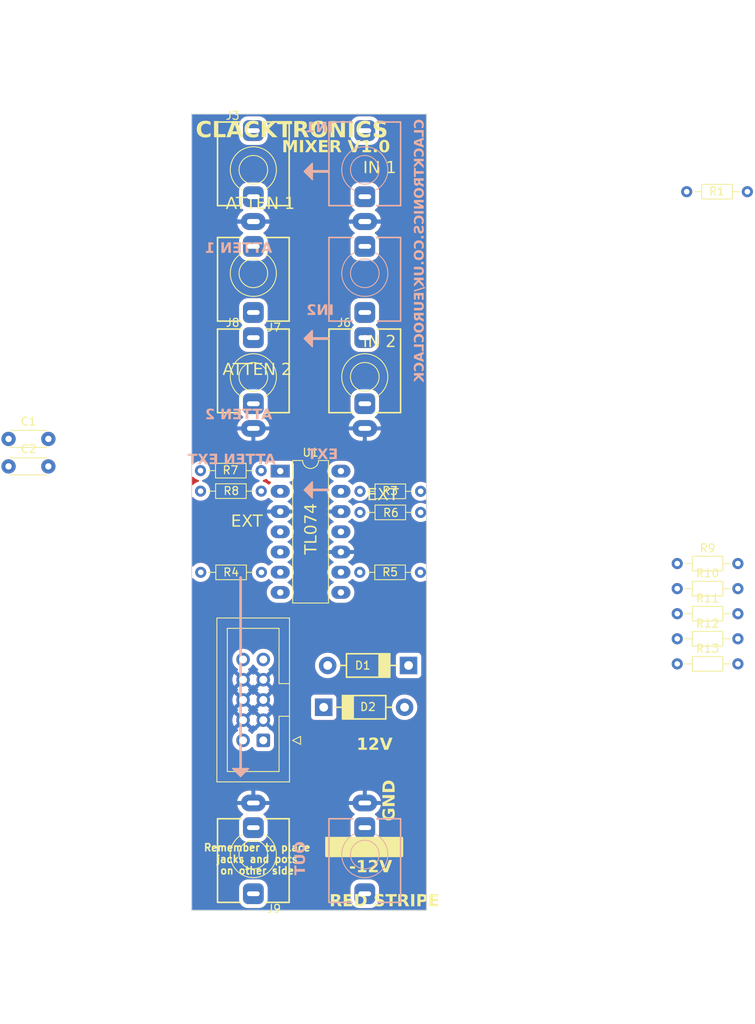
<source format=kicad_pcb>
(kicad_pcb (version 20221018) (generator pcbnew)
  (layers (0 "F.Cu" signal) (31 "B.Cu" signal) (34 "B.Paste" user) (35 "F.Paste" user) (36 "B.SilkS" user "B.Silkscreen") (37 "F.SilkS" user "F.Silkscreen") (38 "B.Mask" user) (39 "F.Mask" user) (44 "Edge.Cuts" user))
  (net 0 "")
  (net 1 "+12V")
  (net 2 "Net-(D1-A)")
  (net 3 "Net-(D2-K)")
  (net 4 "-12V")
  (net 5 "GND")
  (net 6 "Net-(J1-PadT)")
  (net 7 "Net-(J2-PadT)")
  (net 8 "Net-(J3-PadT)")
  (net 9 "Net-(J4-PadT)")
  (net 10 "Net-(J6-PadT)")
  (net 11 "Net-(U1D--)")
  (net 12 "Net-(J7-PadT)")
  (net 13 "Net-(U1C--)")
  (net 14 "Net-(R3-Pad1)")
  (net 15 "Net-(J8-PadT)")
  (net 16 "Net-(R4-Pad2)")
  (net 17 "Net-(U1A--)")
  (net 18 "Net-(J9-PadT)")
  (net 19 "Net-(R1-Pad2)")
  (net 20 "Net-(R7-Pad1)")
  (net 21 "Net-(R11-Pad2)")
  (footprint "Resistor_THT:R_Axial_DIN0204_L3.6mm_D1.6mm_P7.62mm_Horizontal" (layer "F.Cu") (at 181.75 110.9)
    (fp_text reference "R12" (at 3.81 -1.92) (layer "F.SilkS"))
    (fp_text value "100k")
    (fp_line (start 0.94 0) (end 1.89 0) (stroke (width 0.12)) (layer "F.SilkS"))
    (fp_line (start 1.89 -0.92) (end 1.89 0.92) (stroke (width 0.12)) (layer "F.SilkS"))
    (fp_line (start 1.89 0.92) (end 5.73 0.92) (stroke (width 0.12)) (layer "F.SilkS"))
    (fp_line (start 5.73 -0.92) (end 1.89 -0.92) (stroke (width 0.12)) (layer "F.SilkS"))
    (fp_line (start 5.73 0.92) (end 5.73 -0.92) (stroke (width 0.12)) (layer "F.SilkS"))
    (fp_line (start 6.68 0) (end 5.73 0) (stroke (width 0.12)) (layer "F.SilkS"))
    (pad "1" thru_hole circle (at 0 0) (size 1.4 1.4) (drill 0.7) (layers "*.Cu" "*.Mask") (net 12 "Net-(J7-PadT)"))
    (pad "2" thru_hole oval (at 7.62 0) (size 1.4 1.4) (drill 0.7) (layers "*.Cu" "*.Mask") (net 21 "Net-(R11-Pad2)"))
  )
  (footprint "Resistor_THT:R_Axial_DIN0204_L3.6mm_D1.6mm_P7.62mm_Horizontal" (layer "F.Cu") (at 181.75 114.05)
    (fp_text reference "R13" (at 3.81 -1.92) (layer "F.SilkS"))
    (fp_text value "100k")
    (fp_line (start 0.94 0) (end 1.89 0) (stroke (width 0.12)) (layer "F.SilkS"))
    (fp_line (start 1.89 -0.92) (end 1.89 0.92) (stroke (width 0.12)) (layer "F.SilkS"))
    (fp_line (start 1.89 0.92) (end 5.73 0.92) (stroke (width 0.12)) (layer "F.SilkS"))
    (fp_line (start 5.73 -0.92) (end 1.89 -0.92) (stroke (width 0.12)) (layer "F.SilkS"))
    (fp_line (start 5.73 0.92) (end 5.73 -0.92) (stroke (width 0.12)) (layer "F.SilkS"))
    (fp_line (start 6.68 0) (end 5.73 0) (stroke (width 0.12)) (layer "F.SilkS"))
    (pad "1" thru_hole circle (at 0 0) (size 1.4 1.4) (drill 0.7) (layers "*.Cu" "*.Mask") (net 15 "Net-(J8-PadT)"))
    (pad "2" thru_hole oval (at 7.62 0) (size 1.4 1.4) (drill 0.7) (layers "*.Cu" "*.Mask") (net 21 "Net-(R11-Pad2)"))
  )
  (footprint "Resistor_THT:R_Axial_DIN0204_L3.6mm_D1.6mm_P7.62mm_Horizontal" (layer "F.Cu") (at 182.94 54.75)
    (fp_text reference "R1" (at 3.785 -0.05) (layer "F.SilkS"))
    (fp_text value "100k")
    (fp_line (start 0.94 0) (end 1.89 0) (stroke (width 0.12)) (layer "F.SilkS"))
    (fp_line (start 1.89 -0.92) (end 1.89 0.92) (stroke (width 0.12)) (layer "F.SilkS"))
    (fp_line (start 1.89 0.92) (end 5.73 0.92) (stroke (width 0.12)) (layer "F.SilkS"))
    (fp_line (start 5.73 -0.92) (end 1.89 -0.92) (stroke (width 0.12)) (layer "F.SilkS"))
    (fp_line (start 5.73 0.92) (end 5.73 -0.92) (stroke (width 0.12)) (layer "F.SilkS"))
    (fp_line (start 6.68 0) (end 5.73 0) (stroke (width 0.12)) (layer "F.SilkS"))
    (pad "1" thru_hole circle (at 0 0) (size 1.4 1.4) (drill 0.7) (layers "*.Cu" "*.Mask") (net 6 "Net-(J1-PadT)"))
    (pad "2" thru_hole oval (at 7.62 0) (size 1.4 1.4) (drill 0.7) (layers "*.Cu" "*.Mask") (net 19 "Net-(R1-Pad2)"))
  )
  (footprint "AudioJacks:Jack_3.5mm_QingPu_WQP-PJ366ST_Vertical" (layer "F.Cu") (at 142.5 78)
    (fp_text reference "J6" (at -2.6 -6.8) (layer "F.SilkS"))
    (fp_text value "input2")
    (fp_line (start -4.5 -6) (end -1.6 -6) (stroke (width 0.2)) (layer "F.SilkS"))
    (fp_line (start -4.5 4.5) (end -4.5 -6) (stroke (width 0.2)) (layer "F.SilkS"))
    (fp_line (start -4.5 4.5) (end -1.5 4.5) (stroke (width 0.2)) (layer "F.SilkS"))
    (fp_line (start 1.5 4.5) (end 4.5 4.5) (stroke (width 0.2)) (layer "F.SilkS"))
    (fp_line (start 1.6 -6) (end 4.5 -6) (stroke (width 0.2)) (layer "F.SilkS"))
    (fp_line (start 4.5 4.5) (end 4.5 -6) (stroke (width 0.2)) (layer "F.SilkS"))
    (fp_arc (start -1.296263 2.588577) (mid -2.817353 -0.665994) (end 0 -2.895) (stroke (width 0.12)) (layer "F.SilkS"))
    (fp_arc (start 0 -2.895) (mid 2.817353 -0.665994) (end 1.296263 2.588577) (stroke (width 0.12)) (layer "F.SilkS"))
    (fp_circle (center 0 0) (end -1.8 0) (stroke (width 0.12)) (fill none) (layer "F.SilkS"))
    (pad "R" thru_hole roundrect (at 0 3.38) (size 2.6 2.6) (drill oval 1.6 0.6) (layers "*.Cu" "*.Mask"))
    (pad "S" thru_hole oval (at 0 6.48) (size 3.1 2.1) (drill oval 1.6 0.6) (layers "*.Cu" "*.Mask") (net 5 "GND"))
    (pad "T" thru_hole roundrect (at 0 -4.92) (size 2.6 2.6) (drill oval 1.6 0.6) (layers "*.Cu" "*.Mask") (net 10 "Net-(J6-PadT)"))
  )
  (footprint "AudioJacks:Jack_3.5mm_QingPu_WQP-PJ366ST_Vertical" (layer "F.Cu") (at 128.5 52)
    (fp_text reference "J3" (at -2.6 -6.8) (layer "F.SilkS"))
    (fp_text value "input1")
    (fp_line (start -4.5 -6) (end -1.6 -6) (stroke (width 0.2)) (layer "F.SilkS"))
    (fp_line (start -4.5 4.5) (end -4.5 -6) (stroke (width 0.2)) (layer "F.SilkS"))
    (fp_line (start -4.5 4.5) (end -1.5 4.5) (stroke (width 0.2)) (layer "F.SilkS"))
    (fp_line (start 1.5 4.5) (end 4.5 4.5) (stroke (width 0.2)) (layer "F.SilkS"))
    (fp_line (start 1.6 -6) (end 4.5 -6) (stroke (width 0.2)) (layer "F.SilkS"))
    (fp_line (start 4.5 4.5) (end 4.5 -6) (stroke (width 0.2)) (layer "F.SilkS"))
    (fp_arc (start -1.296263 2.588577) (mid -2.817353 -0.665994) (end 0 -2.895) (stroke (width 0.12)) (layer "F.SilkS"))
    (fp_arc (start 0 -2.895) (mid 2.817353 -0.665994) (end 1.296263 2.588577) (stroke (width 0.12)) (layer "F.SilkS"))
    (fp_circle (center 0 0) (end -1.8 0) (stroke (width 0.12)) (fill none) (layer "F.SilkS"))
    (pad "R" thru_hole roundrect (at 0 3.38) (size 2.6 2.6) (drill oval 1.6 0.6) (layers "*.Cu" "*.Mask"))
    (pad "S" thru_hole oval (at 0 6.48) (size 3.1 2.1) (drill oval 1.6 0.6) (layers "*.Cu" "*.Mask") (net 5 "GND"))
    (pad "T" thru_hole roundrect (at 0 -4.92) (size 2.6 2.6) (drill oval 1.6 0.6) (layers "*.Cu" "*.Mask") (net 8 "Net-(J3-PadT)"))
  )
  (footprint "Resistor_THT:R_Axial_DIN0204_L3.6mm_D1.6mm_P7.62mm_Horizontal" (layer "F.Cu") (at 181.75 107.75)
    (fp_text reference "R11" (at 3.81 -1.92) (layer "F.SilkS"))
    (fp_text value "100k")
    (fp_line (start 0.94 0) (end 1.89 0) (stroke (width 0.12)) (layer "F.SilkS"))
    (fp_line (start 1.89 -0.92) (end 1.89 0.92) (stroke (width 0.12)) (layer "F.SilkS"))
    (fp_line (start 1.89 0.92) (end 5.73 0.92) (stroke (width 0.12)) (layer "F.SilkS"))
    (fp_line (start 5.73 -0.92) (end 1.89 -0.92) (stroke (width 0.12)) (layer "F.SilkS"))
    (fp_line (start 5.73 0.92) (end 5.73 -0.92) (stroke (width 0.12)) (layer "F.SilkS"))
    (fp_line (start 6.68 0) (end 5.73 0) (stroke (width 0.12)) (layer "F.SilkS"))
    (pad "1" thru_hole circle (at 0 0) (size 1.4 1.4) (drill 0.7) (layers "*.Cu" "*.Mask") (net 8 "Net-(J3-PadT)"))
    (pad "2" thru_hole oval (at 7.62 0) (size 1.4 1.4) (drill 0.7) (layers "*.Cu" "*.Mask") (net 21 "Net-(R11-Pad2)"))
  )
  (footprint "Connector_IDC:IDC-Header_2x05_P2.54mm_Vertical" (layer "F.Cu") (at 129.75 123.66 180)
    (fp_text reference "J5" hide)
    (fp_text value "Eurorack socket")
    (fp_line (start -4.68 -0.5) (end -4.68 0.5) (stroke (width 0.12)) (layer "F.SilkS"))
    (fp_line (start -4.68 0.5) (end -3.68 0) (stroke (width 0.12)) (layer "F.SilkS"))
    (fp_line (start -3.68 0) (end -4.68 -0.5) (stroke (width 0.12)) (layer "F.SilkS"))
    (fp_line (start -3.29 -5.21) (end 5.83 -5.21) (stroke (width 0.12)) (layer "F.SilkS"))
    (fp_line (start -3.29 3.03) (end -1.98 3.03) (stroke (width 0.12)) (layer "F.SilkS"))
    (fp_line (start -3.29 15.37) (end -3.29 -5.21) (stroke (width 0.12)) (layer "F.SilkS"))
    (fp_line (start -1.98 -3.91) (end 4.52 -3.91) (stroke (width 0.12)) (layer "F.SilkS"))
    (fp_line (start -1.98 3.03) (end -1.98 -3.91) (stroke (width 0.12)) (layer "F.SilkS"))
    (fp_line (start -1.98 7.13) (end -3.29 7.13) (stroke (width 0.12)) (layer "F.SilkS"))
    (fp_line (start -1.98 7.13) (end -1.98 7.13) (stroke (width 0.12)) (layer "F.SilkS"))
    (fp_line (start -1.98 14.07) (end -1.98 7.13) (stroke (width 0.12)) (layer "F.SilkS"))
    (fp_line (start 4.52 -3.91) (end 4.52 14.07) (stroke (width 0.12)) (layer "F.SilkS"))
    (fp_line (start 4.52 14.07) (end -1.98 14.07) (stroke (width 0.12)) (layer "F.SilkS"))
    (fp_line (start 5.83 -5.21) (end 5.83 15.37) (stroke (width 0.12)) (layer "F.SilkS"))
    (fp_line (start 5.83 15.37) (end -3.29 15.37) (stroke (width 0.12)) (layer "F.SilkS"))
    (pad "1" thru_hole roundrect (at 0 0 180) (size 1.7 1.7) (drill 1) (layers "*.Cu" "*.Mask") (roundrect_rratio 0.147059) (net 3 "Net-(D2-K)"))
    (pad "2" thru_hole circle (at 2.54 0 180) (size 1.7 1.7) (drill 1) (layers "*.Cu" "*.Mask") (net 3 "Net-(D2-K)"))
    (pad "3" thru_hole circle (at 0 2.54 180) (size 1.7 1.7) (drill 1) (layers "*.Cu" "*.Mask") (net 5 "GND"))
    (pad "4" thru_hole circle (at 2.54 2.54 180) (size 1.7 1.7) (drill 1) (layers "*.Cu" "*.Mask") (net 5 "GND"))
    (pad "5" thru_hole circle (at 0 5.08 180) (size 1.7 1.7) (drill 1) (layers "*.Cu" "*.Mask") (net 5 "GND"))
    (pad "6" thru_hole circle (at 2.54 5.08 180) (size 1.7 1.7) (drill 1) (layers "*.Cu" "*.Mask") (net 5 "GND"))
    (pad "7" thru_hole circle (at 0 7.62 180) (size 1.7 1.7) (drill 1) (layers "*.Cu" "*.Mask") (net 5 "GND"))
    (pad "8" thru_hole circle (at 2.54 7.62 180) (size 1.7 1.7) (drill 1) (layers "*.Cu" "*.Mask") (net 5 "GND"))
    (pad "9" thru_hole circle (at 0 10.16 180) (size 1.7 1.7) (drill 1) (layers "*.Cu" "*.Mask") (net 2 "Net-(D1-A)"))
    (pad "10" thru_hole circle (at 2.54 10.16 180) (size 1.7 1.7) (drill 1) (layers "*.Cu" "*.Mask") (net 2 "Net-(D1-A)"))
  )
  (footprint "Resistor_THT:R_Axial_DIN0204_L3.6mm_D1.6mm_P7.62mm_Horizontal" (layer "F.Cu") (at 141.895 95.03)
    (fp_text reference "R6" (at 3.885 0.05) (layer "F.SilkS"))
    (fp_text value "100k")
    (fp_line (start 0.94 0) (end 1.89 0) (stroke (width 0.12)) (layer "F.SilkS"))
    (fp_line (start 1.89 -0.92) (end 1.89 0.92) (stroke (width 0.12)) (layer "F.SilkS"))
    (fp_line (start 1.89 0.92) (end 5.73 0.92) (stroke (width 0.12)) (layer "F.SilkS"))
    (fp_line (start 5.73 -0.92) (end 1.89 -0.92) (stroke (width 0.12)) (layer "F.SilkS"))
    (fp_line (start 5.73 0.92) (end 5.73 -0.92) (stroke (width 0.12)) (layer "F.SilkS"))
    (fp_line (start 6.68 0) (end 5.73 0) (stroke (width 0.12)) (layer "F.SilkS"))
    (pad "1" thru_hole circle (at 0 0) (size 1.4 1.4) (drill 0.7) (layers "*.Cu" "*.Mask") (net 13 "Net-(U1C--)"))
    (pad "2" thru_hole oval (at 7.62 0) (size 1.4 1.4) (drill 0.7) (layers "*.Cu" "*.Mask") (net 18 "Net-(J9-PadT)"))
  )
  (footprint "AudioJacks:Jack_3.5mm_QingPu_WQP-PJ366ST_Vertical" (layer "F.Cu") (at 128.5 65 180)
    (fp_text reference "J7" (at -2.6 -6.8) (layer "F.SilkS"))
    (fp_text value "input2")
    (fp_line (start -4.5 -6) (end -1.6 -6) (stroke (width 0.2)) (layer "F.SilkS"))
    (fp_line (start -4.5 4.5) (end -4.5 -6) (stroke (width 0.2)) (layer "F.SilkS"))
    (fp_line (start -4.5 4.5) (end -1.5 4.5) (stroke (width 0.2)) (layer "F.SilkS"))
    (fp_line (start 1.5 4.5) (end 4.5 4.5) (stroke (width 0.2)) (layer "F.SilkS"))
    (fp_line (start 1.6 -6) (end 4.5 -6) (stroke (width 0.2)) (layer "F.SilkS"))
    (fp_line (start 4.5 4.5) (end 4.5 -6) (stroke (width 0.2)) (layer "F.SilkS"))
    (fp_arc (start -1.296263 2.588577) (mid -2.817353 -0.665994) (end 0 -2.895) (stroke (width 0.12)) (layer "F.SilkS"))
    (fp_arc (start 0 -2.895) (mid 2.817353 -0.665994) (end 1.296263 2.588577) (stroke (width 0.12)) (layer "F.SilkS"))
    (fp_circle (center 0 0) (end -1.8 0) (stroke (width 0.12)) (fill none) (layer "F.SilkS"))
    (pad "R" thru_hole roundrect (at 0 3.38 180) (size 2.6 2.6) (drill oval 1.6 0.6) (layers "*.Cu" "*.Mask"))
    (pad "S" thru_hole oval (at 0 6.48 180) (size 3.1 2.1) (drill oval 1.6 0.6) (layers "*.Cu" "*.Mask") (net 5 "GND"))
    (pad "T" thru_hole roundrect (at 0 -4.92 180) (size 2.6 2.6) (drill oval 1.6 0.6) (layers "*.Cu" "*.Mask") (net 12 "Net-(J7-PadT)"))
  )
  (footprint "Resistor_THT:R_Axial_DIN0204_L3.6mm_D1.6mm_P7.62mm_Horizontal" (layer "F.Cu") (at 129.48 89.78 180)
    (fp_text reference "R7" (at 3.86 0.05) (layer "F.SilkS"))
    (fp_text value "100k")
    (fp_line (start 0.94 0) (end 1.89 0) (stroke (width 0.12)) (layer "F.SilkS"))
    (fp_line (start 1.89 -0.92) (end 1.89 0.92) (stroke (width 0.12)) (layer "F.SilkS"))
    (fp_line (start 1.89 0.92) (end 5.73 0.92) (stroke (width 0.12)) (layer "F.SilkS"))
    (fp_line (start 5.73 -0.92) (end 1.89 -0.92) (stroke (width 0.12)) (layer "F.SilkS"))
    (fp_line (start 5.73 0.92) (end 5.73 -0.92) (stroke (width 0.12)) (layer "F.SilkS"))
    (fp_line (start 6.68 0) (end 5.73 0) (stroke (width 0.12)) (layer "F.SilkS"))
    (pad "1" thru_hole circle (at 0 0 180) (size 1.4 1.4) (drill 0.7) (layers "*.Cu" "*.Mask") (net 20 "Net-(R7-Pad1)"))
    (pad "2" thru_hole oval (at 7.62 0 180) (size 1.4 1.4) (drill 0.7) (layers "*.Cu" "*.Mask") (net 9 "Net-(J4-PadT)"))
  )
  (footprint "Package_DIP:DIP-14_W7.62mm_LongPads" (layer "F.Cu") (at 131.88 89.84)
    (fp_text reference "U1" (at 3.81 -2.33) (layer "F.SilkS"))
    (fp_text value "TL074")
    (fp_line (start 1.56 -1.33) (end 1.56 16.57) (stroke (width 0.12)) (layer "F.SilkS"))
    (fp_line (start 1.56 16.57) (end 6.06 16.57) (stroke (width 0.12)) (layer "F.SilkS"))
    (fp_line (start 2.81 -1.33) (end 1.56 -1.33) (stroke (width 0.12)) (layer "F.SilkS"))
    (fp_line (start 6.06 -1.33) (end 4.81 -1.33) (stroke (width 0.12)) (layer "F.SilkS"))
    (fp_line (start 6.06 16.57) (end 6.06 -1.33) (stroke (width 0.12)) (layer "F.SilkS"))
    (fp_arc (start 4.81 -1.33) (mid 3.81 -0.33) (end 2.81 -1.33) (stroke (width 0.12)) (layer "F.SilkS"))
    (pad "1" thru_hole rect (at 0 0) (size 2.4 1.6) (drill 0.8) (layers "*.Cu" "*.Mask") (net 16 "Net-(R4-Pad2)"))
    (pad "2" thru_hole oval (at 0 2.54) (size 2.4 1.6) (drill 0.8) (layers "*.Cu" "*.Mask") (net 17 "Net-(U1A--)"))
    (pad "3" thru_hole oval (at 0 5.08) (size 2.4 1.6) (drill 0.8) (layers "*.Cu" "*.Mask") (net 5 "GND"))
    (pad "4" thru_hole oval (at 0 7.62) (size 2.4 1.6) (drill 0.8) (layers "*.Cu" "*.Mask") (net 1 "+12V"))
    (pad "5" thru_hole oval (at 0 10.16) (size 2.4 1.6) (drill 0.8) (layers "*.Cu" "*.Mask"))
    (pad "6" thru_hole oval (at 0 12.7) (size 2.4 1.6) (drill 0.8) (layers "*.Cu" "*.Mask"))
    (pad "7" thru_hole oval (at 0 15.24) (size 2.4 1.6) (drill 0.8) (layers "*.Cu" "*.Mask") (net 9 "Net-(J4-PadT)"))
    (pad "8" thru_hole oval (at 7.62 15.24) (size 2.4 1.6) (drill 0.8) (layers "*.Cu" "*.Mask") (net 18 "Net-(J9-PadT)"))
    (pad "9" thru_hole oval (at 7.62 12.7) (size 2.4 1.6) (drill 0.8) (layers "*.Cu" "*.Mask") (net 13 "Net-(U1C--)"))
    (pad "10" thru_hole oval (at 7.62 10.16) (size 2.4 1.6) (drill 0.8) (layers "*.Cu" "*.Mask") (net 5 "GND"))
    (pad "11" thru_hole oval (at 7.62 7.62) (size 2.4 1.6) (drill 0.8) (layers "*.Cu" "*.Mask") (net 4 "-12V"))
    (pad "12" thru_hole oval (at 7.62 5.08) (size 2.4 1.6) (drill 0.8) (layers "*.Cu" "*.Mask") (net 5 "GND"))
    (pad "13" thru_hole oval (at 7.62 2.54) (size 2.4 1.6) (drill 0.8) (layers "*.Cu" "*.Mask") (net 11 "Net-(U1D--)"))
    (pad "14" thru_hole oval (at 7.62 0) (size 2.4 1.6) (drill 0.8) (layers "*.Cu" "*.Mask") (net 14 "Net-(R3-Pad1)"))
  )
  (footprint "Resistor_THT:R_Axial_DIN0204_L3.6mm_D1.6mm_P7.62mm_Horizontal" (layer "F.Cu") (at 181.75 101.45)
    (fp_text reference "R9" (at 3.81 -1.92) (layer "F.SilkS"))
    (fp_text value "100k")
    (fp_line (start 0.94 0) (end 1.89 0) (stroke (width 0.12)) (layer "F.SilkS"))
    (fp_line (start 1.89 -0.92) (end 1.89 0.92) (stroke (width 0.12)) (layer "F.SilkS"))
    (fp_line (start 1.89 0.92) (end 5.73 0.92) (stroke (width 0.12)) (layer "F.SilkS"))
    (fp_line (start 5.73 -0.92) (end 1.89 -0.92) (stroke (width 0.12)) (layer "F.SilkS"))
    (fp_line (start 5.73 0.92) (end 5.73 -0.92) (stroke (width 0.12)) (layer "F.SilkS"))
    (fp_line (start 6.68 0) (end 5.73 0) (stroke (width 0.12)) (layer "F.SilkS"))
    (pad "1" thru_hole circle (at 0 0) (size 1.4 1.4) (drill 0.7) (layers "*.Cu" "*.Mask") (net 7 "Net-(J2-PadT)"))
    (pad "2" thru_hole oval (at 7.62 0) (size 1.4 1.4) (drill 0.7) (layers "*.Cu" "*.Mask") (net 19 "Net-(R1-Pad2)"))
  )
  (footprint "Clacktronics:C_TH_Disc_P5.00mm" (layer "F.Cu") (at 97.75 85.8)
    (fp_text reference "C1" (at 2.5 -2.2) (layer "F.SilkS"))
    (fp_text value "100n")
    (fp_line (start 0.23 -1.07) (end 0.23 -1.055) (stroke (width 0.12)) (layer "F.SilkS"))
    (fp_line (start 0.23 -1.07) (end 4.77 -1.07) (stroke (width 0.12)) (layer "F.SilkS"))
    (fp_line (start 0.23 1.055) (end 0.23 1.07) (stroke (width 0.12)) (layer "F.SilkS"))
    (fp_line (start 0.23 1.07) (end 4.77 1.07) (stroke (width 0.12)) (layer "F.SilkS"))
    (fp_line (start 4.77 -1.07) (end 4.77 -1.055) (stroke (width 0.12)) (layer "F.SilkS"))
    (fp_line (start 4.77 1.055) (end 4.77 1.07) (stroke (width 0.12)) (layer "F.SilkS"))
    (pad "1" thru_hole circle (at 0 0) (size 1.8 1.8) (drill 0.8) (layers "*.Cu" "*.Mask") (net 1 "+12V"))
    (pad "2" thru_hole circle (at 5 0) (size 1.8 1.8) (drill 0.8) (layers "*.Cu" "*.Mask") (net 5 "GND"))
  )
  (footprint "Resistor_THT:R_Axial_DIN0204_L3.6mm_D1.6mm_P7.62mm_Horizontal" (layer "F.Cu") (at 181.75 104.6)
    (fp_text reference "R10" (at 3.81 -1.92) (layer "F.SilkS"))
    (fp_text value "100k")
    (fp_line (start 0.94 0) (end 1.89 0) (stroke (width 0.12)) (layer "F.SilkS"))
    (fp_line (start 1.89 -0.92) (end 1.89 0.92) (stroke (width 0.12)) (layer "F.SilkS"))
    (fp_line (start 1.89 0.92) (end 5.73 0.92) (stroke (width 0.12)) (layer "F.SilkS"))
    (fp_line (start 5.73 -0.92) (end 1.89 -0.92) (stroke (width 0.12)) (layer "F.SilkS"))
    (fp_line (start 5.73 0.92) (end 5.73 -0.92) (stroke (width 0.12)) (layer "F.SilkS"))
    (fp_line (start 6.68 0) (end 5.73 0) (stroke (width 0.12)) (layer "F.SilkS"))
    (pad "1" thru_hole circle (at 0 0) (size 1.4 1.4) (drill 0.7) (layers "*.Cu" "*.Mask") (net 10 "Net-(J6-PadT)"))
    (pad "2" thru_hole oval (at 7.62 0) (size 1.4 1.4) (drill 0.7) (layers "*.Cu" "*.Mask") (net 19 "Net-(R1-Pad2)"))
  )
  (footprint "Resistor_THT:R_Axial_DIN0204_L3.6mm_D1.6mm_P7.62mm_Horizontal" (layer "F.Cu") (at 121.87 92.355)
    (fp_text reference "R8" (at 3.86 -0.025) (layer "F.SilkS"))
    (fp_text value "100k")
    (fp_line (start 0.94 0) (end 1.89 0) (stroke (width 0.12)) (layer "F.SilkS"))
    (fp_line (start 1.89 -0.92) (end 1.89 0.92) (stroke (width 0.12)) (layer "F.SilkS"))
    (fp_line (start 1.89 0.92) (end 5.73 0.92) (stroke (width 0.12)) (layer "F.SilkS"))
    (fp_line (start 5.73 -0.92) (end 1.89 -0.92) (stroke (width 0.12)) (layer "F.SilkS"))
    (fp_line (start 5.73 0.92) (end 5.73 -0.92) (stroke (width 0.12)) (layer "F.SilkS"))
    (fp_line (start 6.68 0) (end 5.73 0) (stroke (width 0.12)) (layer "F.SilkS"))
    (pad "1" thru_hole circle (at 0 0) (size 1.4 1.4) (drill 0.7) (layers "*.Cu" "*.Mask") (net 16 "Net-(R4-Pad2)"))
    (pad "2" thru_hole oval (at 7.62 0) (size 1.4 1.4) (drill 0.7) (layers "*.Cu" "*.Mask") (net 20 "Net-(R7-Pad1)"))
  )
  (footprint "AudioJacks:Jack_3.5mm_QingPu_WQP-PJ366ST_Vertical" (layer "F.Cu") (at 128.5 78)
    (fp_text reference "J8" (at -2.6 -6.8) (layer "F.SilkS"))
    (fp_text value "input2")
    (fp_line (start -4.5 -6) (end -1.6 -6) (stroke (width 0.2)) (layer "F.SilkS"))
    (fp_line (start -4.5 4.5) (end -4.5 -6) (stroke (width 0.2)) (layer "F.SilkS"))
    (fp_line (start -4.5 4.5) (end -1.5 4.5) (stroke (width 0.2)) (layer "F.SilkS"))
    (fp_line (start 1.5 4.5) (end 4.5 4.5) (stroke (width 0.2)) (layer "F.SilkS"))
    (fp_line (start 1.6 -6) (end 4.5 -6) (stroke (width 0.2)) (layer "F.SilkS"))
    (fp_line (start 4.5 4.5) (end 4.5 -6) (stroke (width 0.2)) (layer "F.SilkS"))
    (fp_arc (start -1.296263 2.588577) (mid -2.817353 -0.665994) (end 0 -2.895) (stroke (width 0.12)) (layer "F.SilkS"))
    (fp_arc (start 0 -2.895) (mid 2.817353 -0.665994) (end 1.296263 2.588577) (stroke (width 0.12)) (layer "F.SilkS"))
    (fp_circle (center 0 0) (end -1.8 0) (stroke (width 0.12)) (fill none) (layer "F.SilkS"))
    (pad "R" thru_hole roundrect (at 0 3.38) (size 2.6 2.6) (drill oval 1.6 0.6) (layers "*.Cu" "*.Mask"))
    (pad "S" thru_hole oval (at 0 6.48) (size 3.1 2.1) (drill oval 1.6 0.6) (layers "*.Cu" "*.Mask") (net 5 "GND"))
    (pad "T" thru_hole roundrect (at 0 -4.92) (size 2.6 2.6) (drill oval 1.6 0.6) (layers "*.Cu" "*.Mask") (net 15 "Net-(J8-PadT)"))
  )
  (footprint "AudioJacks:Jack_3.5mm_QingPu_WQP-PJ366ST_Vertical" (layer "F.Cu") (at 128.5 138 180)
    (fp_text reference "J9" (at -2.6 -6.8) (layer "F.SilkS"))
    (fp_text value "Output")
    (fp_line (start -4.5 -6) (end -1.6 -6) (stroke (width 0.2)) (layer "F.SilkS"))
    (fp_line (start -4.5 4.5) (end -4.5 -6) (stroke (width 0.2)) (layer "F.SilkS"))
    (fp_line (start -4.5 4.5) (end -1.5 4.5) (stroke (width 0.2)) (layer "F.SilkS"))
    (fp_line (start 1.5 4.5) (end 4.5 4.5) (stroke (width 0.2)) (layer "F.SilkS"))
    (fp_line (start 1.6 -6) (end 4.5 -6) (stroke (width 0.2)) (layer "F.SilkS"))
    (fp_line (start 4.5 4.5) (end 4.5 -6) (stroke (width 0.2)) (layer "F.SilkS"))
    (fp_arc (start -1.296263 2.588577) (mid -2.817353 -0.665994) (end 0 -2.895) (stroke (width 0.12)) (layer "F.SilkS"))
    (fp_arc (start 0 -2.895) (mid 2.817353 -0.665994) (end 1.296263 2.588577) (stroke (width 0.12)) (layer "F.SilkS"))
    (fp_circle (center 0 0) (end -1.8 0) (stroke (width 0.12)) (fill none) (layer "F.SilkS"))
    (pad "R" thru_hole roundrect (at 0 3.38 180) (size 2.6 2.6) (drill oval 1.6 0.6) (layers "*.Cu" "*.Mask"))
    (pad "S" thru_hole oval (at 0 6.48 180) (size 3.1 2.1) (drill oval 1.6 0.6) (layers "*.Cu" "*.Mask") (net 5 "GND"))
    (pad "T" thru_hole roundrect (at 0 -4.92 180) (size 2.6 2.6) (drill oval 1.6 0.6) (layers "*.Cu" "*.Mask") (net 18 "Net-(J9-PadT)"))
  )
  (footprint "Clacktronics:D_TH_DO-41_P10.16mm" (layer "F.Cu") (at 137.34 119.5)
    (fp_text reference "D2" (at 5.555 -0.05) (layer "F.SilkS"))
    (fp_text value "D_Schottky")
    (fp_line (start 1.4 0) (end 2.35 0) (stroke (width 0.2)) (layer "F.SilkS"))
    (fp_line (start 2.36 -1.47) (end 2.36 1.47) (stroke (width 0.2)) (layer "F.SilkS"))
    (fp_line (start 2.36 1.47) (end 7.8 1.47) (stroke (width 0.2)) (layer "F.SilkS"))
    (fp_line (start 7.8 -1.47) (end 2.36 -1.47) (stroke (width 0.2)) (layer "F.SilkS"))
    (fp_line (start 7.8 0) (end 8.75 0) (stroke (width 0.2)) (layer "F.SilkS"))
    (fp_line (start 7.8 1.47) (end 7.8 -1.47) (stroke (width 0.2)) (layer "F.SilkS"))
    (fp_poly (pts (xy 2.36 -1.47) (xy 2.36 1.47) (xy 3.75 1.5) (xy 3.75 -1.5)) (stroke (width 0.1)) (fill solid) (layer "F.SilkS"))
    (pad "1" thru_hole rect (at 0 0) (size 2.2 2.2) (drill 1.1) (layers "*.Cu" "*.Mask") (net 3 "Net-(D2-K)"))
    (pad "2" thru_hole oval (at 10.16 0) (size 2.2 2.2) (drill 1.1) (layers "*.Cu" "*.Mask") (net 4 "-12V"))
  )
  (footprint "Clacktronics:D_TH_DO-41_P10.16mm" (layer "F.Cu") (at 148 114.25 180)
    (fp_text reference "D1" (at 5.755 0) (layer "F.SilkS"))
    (fp_text value "D_Schottky")
    (fp_line (start 1.4 0) (end 2.35 0) (stroke (width 0.2)) (layer "F.SilkS"))
    (fp_line (start 2.36 -1.47) (end 2.36 1.47) (stroke (width 0.2)) (layer "F.SilkS"))
    (fp_line (start 2.36 1.47) (end 7.8 1.47) (stroke (width 0.2)) (layer "F.SilkS"))
    (fp_line (start 7.8 -1.47) (end 2.36 -1.47) (stroke (width 0.2)) (layer "F.SilkS"))
    (fp_line (start 7.8 0) (end 8.75 0) (stroke (width 0.2)) (layer "F.SilkS"))
    (fp_line (start 7.8 1.47) (end 7.8 -1.47) (stroke (width 0.2)) (layer "F.SilkS"))
    (fp_poly (pts (xy 2.36 -1.47) (xy 2.36 1.47) (xy 3.75 1.5) (xy 3.75 -1.5)) (stroke (width 0.1)) (fill solid) (layer "F.SilkS"))
    (pad "1" thru_hole rect (at 0 0 180) (size 2.2 2.2) (drill 1.1) (layers "*.Cu" "*.Mask") (net 1 "+12V"))
    (pad "2" thru_hole oval (at 10.16 0 180) (size 2.2 2.2) (drill 1.1) (layers "*.Cu" "*.Mask") (net 2 "Net-(D1-A)"))
  )
  (footprint "Clacktronics:C_TH_Disc_P5.00mm" (layer "F.Cu") (at 97.75 89.25)
    (fp_text reference "C2" (at 2.5 -2.2) (layer "F.SilkS"))
    (fp_text value "100n")
    (fp_line (start 0.23 -1.07) (end 0.23 -1.055) (stroke (width 0.12)) (layer "F.SilkS"))
    (fp_line (start 0.23 -1.07) (end 4.77 -1.07) (stroke (width 0.12)) (layer "F.SilkS"))
    (fp_line (start 0.23 1.055) (end 0.23 1.07) (stroke (width 0.12)) (layer "F.SilkS"))
    (fp_line (start 0.23 1.07) (end 4.77 1.07) (stroke (width 0.12)) (layer "F.SilkS"))
    (fp_line (start 4.77 -1.07) (end 4.77 -1.055) (stroke (width 0.12)) (layer "F.SilkS"))
    (fp_line (start 4.77 1.055) (end 4.77 1.07) (stroke (width 0.12)) (layer "F.SilkS"))
    (pad "1" thru_hole circle (at 0 0) (size 1.8 1.8) (drill 0.8) (layers "*.Cu" "*.Mask") (net 5 "GND"))
    (pad "2" thru_hole circle (at 5 0) (size 1.8 1.8) (drill 0.8) (layers "*.Cu" "*.Mask") (net 4 "-12V"))
  )
  (footprint "Resistor_THT:R_Axial_DIN0204_L3.6mm_D1.6mm_P7.62mm_Horizontal" (layer "F.Cu") (at 141.87 102.555)
    (fp_text reference "R5" (at 3.81 -0.025) (layer "F.SilkS"))
    (fp_text value "100k")
    (fp_line (start 0.94 0) (end 1.89 0) (stroke (width 0.12)) (layer "F.SilkS"))
    (fp_line (start 1.89 -0.92) (end 1.89 0.92) (stroke (width 0.12)) (layer "F.SilkS"))
    (fp_line (start 1.89 0.92) (end 5.73 0.92) (stroke (width 0.12)) (layer "F.SilkS"))
    (fp_line (start 5.73 -0.92) (end 1.89 -0.92) (stroke (width 0.12)) (layer "F.SilkS"))
    (fp_line (start 5.73 0.92) (end 5.73 -0.92) (stroke (width 0.12)) (layer "F.SilkS"))
    (fp_line (start 6.68 0) (end 5.73 0) (stroke (width 0.12)) (layer "F.SilkS"))
    (pad "1" thru_hole circle (at 0 0) (size 1.4 1.4) (drill 0.7) (layers "*.Cu" "*.Mask") (net 11 "Net-(U1D--)"))
    (pad "2" thru_hole oval (at 7.62 0) (size 1.4 1.4) (drill 0.7) (layers "*.Cu" "*.Mask") (net 14 "Net-(R3-Pad1)"))
  )
  (footprint "Resistor_THT:R_Axial_DIN0204_L3.6mm_D1.6mm_P7.62mm_Horizontal" (layer "F.Cu") (at 149.515 92.38 180)
    (fp_text reference "R3" (at 3.835 0.05) (layer "F.SilkS"))
    (fp_text value "100k")
    (fp_line (start 0.94 0) (end 1.89 0) (stroke (width 0.12)) (layer "F.SilkS"))
    (fp_line (start 1.89 -0.92) (end 1.89 0.92) (stroke (width 0.12)) (layer "F.SilkS"))
    (fp_line (start 1.89 0.92) (end 5.73 0.92) (stroke (width 0.12)) (layer "F.SilkS"))
    (fp_line (start 5.73 -0.92) (end 1.89 -0.92) (stroke (width 0.12)) (layer "F.SilkS"))
    (fp_line (start 5.73 0.92) (end 5.73 -0.92) (stroke (width 0.12)) (layer "F.SilkS"))
    (fp_line (start 6.68 0) (end 5.73 0) (stroke (width 0.12)) (layer "F.SilkS"))
    (pad "1" thru_hole circle (at 0 0 180) (size 1.4 1.4) (drill 0.7) (layers "*.Cu" "*.Mask") (net 14 "Net-(R3-Pad1)"))
    (pad "2" thru_hole oval (at 7.62 0 180) (size 1.4 1.4) (drill 0.7) (layers "*.Cu" "*.Mask") (net 13 "Net-(U1C--)"))
  )
  (footprint "Resistor_THT:R_Axial_DIN0204_L3.6mm_D1.6mm_P7.62mm_Horizontal" (layer "F.Cu") (at 129.515 102.555 180)
    (fp_text reference "R4" (at 3.81 0) (layer "F.SilkS"))
    (fp_text value "100k")
    (fp_line (start 0.94 0) (end 1.89 0) (stroke (width 0.12)) (layer "F.SilkS"))
    (fp_line (start 1.89 -0.92) (end 1.89 0.92) (stroke (width 0.12)) (layer "F.SilkS"))
    (fp_line (start 1.89 0.92) (end 5.73 0.92) (stroke (width 0.12)) (layer "F.SilkS"))
    (fp_line (start 5.73 -0.92) (end 1.89 -0.92) (stroke (width 0.12)) (layer "F.SilkS"))
    (fp_line (start 5.73 0.92) (end 5.73 -0.92) (stroke (width 0.12)) (layer "F.SilkS"))
    (fp_line (start 6.68 0) (end 5.73 0) (stroke (width 0.12)) (layer "F.SilkS"))
    (pad "1" thru_hole circle (at 0 0 180) (size 1.4 1.4) (drill 0.7) (layers "*.Cu" "*.Mask") (net 17 "Net-(U1A--)"))
    (pad "2" thru_hole oval (at 7.62 0 180) (size 1.4 1.4) (drill 0.7) (layers "*.Cu" "*.Mask") (net 16 "Net-(R4-Pad2)"))
  )
  (footprint "AudioJacks:Jack_3.5mm_QingPu_WQP-PJ366ST_Vertical" (layer "B.Cu") (at 142.5 65)
    (fp_text reference "J2" hide)
    (fp_text value "input2")
    (fp_line (start -4.5 -4.5) (end -4.5 6) (stroke (width 0.2)) (layer "B.SilkS"))
    (fp_line (start -4.5 -4.5) (end -1.5 -4.5) (stroke (width 0.2)) (layer "B.SilkS"))
    (fp_line (start -4.5 6) (end -1.6 6) (stroke (width 0.2)) (layer "B.SilkS"))
    (fp_line (start 1.5 -4.5) (end 4.5 -4.5) (stroke (width 0.2)) (layer "B.SilkS"))
    (fp_line (start 1.6 6) (end 4.5 6) (stroke (width 0.2)) (layer "B.SilkS"))
    (fp_line (start 4.5 -4.5) (end 4.5 6) (stroke (width 0.2)) (layer "B.SilkS"))
    (fp_arc (start 0 2.895) (mid -2.817353 0.665994) (end -1.296263 -2.588577) (stroke (width 0.12)) (layer "B.SilkS"))
    (fp_arc (start 1.296263 -2.588577) (mid 2.817353 0.665994) (end 0 2.895) (stroke (width 0.12)) (layer "B.SilkS"))
    (fp_circle (center 0 0) (end -1.8 0) (stroke (width 0.12)) (fill none) (layer "B.SilkS"))
    (pad "R" thru_hole roundrect (at 0 -3.38) (size 2.6 2.6) (drill oval 1.6 0.6) (layers "*.Cu" "*.Mask"))
    (pad "S" thru_hole oval (at 0 -6.48) (size 3.1 2.1) (drill oval 1.6 0.6) (layers "*.Cu" "*.Mask") (net 5 "GND"))
    (pad "T" thru_hole roundrect (at 0 4.92) (size 2.6 2.6) (drill oval 1.6 0.6) (layers "*.Cu" "*.Mask") (net 7 "Net-(J2-PadT)"))
  )
  (footprint "AudioJacks:Jack_3.5mm_QingPu_WQP-PJ366ST_Vertical" (layer "B.Cu") (at 142.5 138)
    (fp_text reference "J4" hide)
    (fp_text value "Output")
    (fp_line (start -4.5 -4.5) (end -4.5 6) (stroke (width 0.2)) (layer "B.SilkS"))
    (fp_line (start -4.5 -4.5) (end -1.5 -4.5) (stroke (width 0.2)) (layer "B.SilkS"))
    (fp_line (start -4.5 6) (end -1.6 6) (stroke (width 0.2)) (layer "B.SilkS"))
    (fp_line (start 1.5 -4.5) (end 4.5 -4.5) (stroke (width 0.2)) (layer "B.SilkS"))
    (fp_line (start 1.6 6) (end 4.5 6) (stroke (width 0.2)) (layer "B.SilkS"))
    (fp_line (start 4.5 -4.5) (end 4.5 6) (stroke (width 0.2)) (layer "B.SilkS"))
    (fp_arc (start 0 2.895) (mid -2.817353 0.665994) (end -1.296263 -2.588577) (stroke (width 0.12)) (layer "B.SilkS"))
    (fp_arc (start 1.296263 -2.588577) (mid 2.817353 0.665994) (end 0 2.895) (stroke (width 0.12)) (layer "B.SilkS"))
    (fp_circle (center 0 0) (end -1.8 0) (stroke (width 0.12)) (fill none) (layer "B.SilkS"))
    (pad "R" thru_hole roundrect (at 0 -3.38) (size 2.6 2.6) (drill oval 1.6 0.6) (layers "*.Cu" "*.Mask"))
    (pad "S" thru_hole oval (at 0 -6.48) (size 3.1 2.1) (drill oval 1.6 0.6) (layers "*.Cu" "*.Mask") (net 5 "GND"))
    (pad "T" thru_hole roundrect (at 0 4.92) (size 2.6 2.6) (drill oval 1.6 0.6) (layers "*.Cu" "*.Mask") (net 9 "Net-(J4-PadT)"))
  )
  (footprint "AudioJacks:Jack_3.5mm_QingPu_WQP-PJ366ST_Vertical" (layer "B.Cu") (at 142.5 52 180)
    (fp_text reference "J1" hide)
    (fp_text value "input1")
    (fp_line (start -4.5 -4.5) (end -4.5 6) (stroke (width 0.2)) (layer "B.SilkS"))
    (fp_line (start -4.5 -4.5) (end -1.5 -4.5) (stroke (width 0.2)) (layer "B.SilkS"))
    (fp_line (start -4.5 6) (end -1.6 6) (stroke (width 0.2)) (layer "B.SilkS"))
    (fp_line (start 1.5 -4.5) (end 4.5 -4.5) (stroke (width 0.2)) (layer "B.SilkS"))
    (fp_line (start 1.6 6) (end 4.5 6) (stroke (width 0.2)) (layer "B.SilkS"))
    (fp_line (start 4.5 -4.5) (end 4.5 6) (stroke (width 0.2)) (layer "B.SilkS"))
    (fp_arc (start 0 2.895) (mid -2.817353 0.665994) (end -1.296263 -2.588577) (stroke (width 0.12)) (layer "B.SilkS"))
    (fp_arc (start 1.296263 -2.588577) (mid 2.817353 0.665994) (end 0 2.895) (stroke (width 0.12)) (layer "B.SilkS"))
    (fp_circle (center 0 0) (end -1.8 0) (stroke (width 0.12)) (fill none) (layer "B.SilkS"))
    (pad "R" thru_hole roundrect (at 0 -3.38 180) (size 2.6 2.6) (drill oval 1.6 0.6) (layers "*.Cu" "*.Mask"))
    (pad "S" thru_hole oval (at 0 -6.48 180) (size 3.1 2.1) (drill oval 1.6 0.6) (layers "*.Cu" "*.Mask") (net 5 "GND"))
    (pad "T" thru_hole roundrect (at 0 4.92 180) (size 2.6 2.6) (drill oval 1.6 0.6) (layers "*.Cu" "*.Mask") (net 6 "Net-(J1-PadT)"))
  )
  (gr_line (start 137.9 73.2) (end 135.9 73.2) (stroke (width 0.33)) (layer "B.SilkS"))
  (gr_line (start 135.9 53.2) (end 134.9 52.2) (stroke (width 0.15)) (layer "B.SilkS"))
  (gr_poly (pts (xy 125.9 127.2) (xy 126.9 128.2) (xy 127.9 127.2)) (stroke (width 0.15)) (fill solid) (layer "B.SilkS"))
  (gr_line (start 126.9 128.2) (end 125.9 127.2) (stroke (width 0.15)) (layer "B.SilkS"))
  (gr_line (start 135.9 51.2) (end 135.9 53.2) (stroke (width 0.15)) (layer "B.SilkS"))
  (gr_line (start 135.9 91.2) (end 135.9 93.2) (stroke (width 0.15)) (layer "B.SilkS"))
  (gr_line (start 134.9 92.2) (end 135.9 91.2) (stroke (width 0.15)) (layer "B.SilkS"))
  (gr_line (start 134.9 73.2) (end 135.9 72.2) (stroke (width 0.15)) (layer "B.SilkS"))
  (gr_line (start 135.9 93.2) (end 134.9 92.2) (stroke (width 0.15)) (layer "B.SilkS"))
  (gr_poly (pts (xy 135.9 51.2) (xy 134.9 52.2) (xy 135.9 53.2)) (stroke (width 0.15)) (fill solid) (layer "B.SilkS"))
  (gr_poly (pts (xy 135.9 72.2) (xy 134.9 73.2) (xy 135.9 74.2)) (stroke (width 0.15)) (fill solid) (layer "B.SilkS"))
  (gr_line (start 134.9 52.2) (end 135.9 51.2) (stroke (width 0.15)) (layer "B.SilkS"))
  (gr_line (start 125.9 127.2) (end 127.9 127.2) (stroke (width 0.15)) (layer "B.SilkS"))
  (gr_line (start 135.9 74.2) (end 134.9 73.2) (stroke (width 0.15)) (layer "B.SilkS"))
  (gr_line (start 137.9 92.2) (end 135.9 92.2) (stroke (width 0.33)) (layer "B.SilkS"))
  (gr_line (start 135.9 72.2) (end 135.9 74.2) (stroke (width 0.15)) (layer "B.SilkS"))
  (gr_line (start 137.9 52.2) (end 135.9 52.2) (stroke (width 0.33)) (layer "B.SilkS"))
  (gr_line (start 127.9 127.2) (end 126.9 128.2) (stroke (width 0.15)) (layer "B.SilkS"))
  (gr_line (start 126.9 103.2) (end 126.9 127.2) (stroke (width 0.33)) (layer "B.SilkS"))
  (gr_poly (pts (xy 135.9 91.2) (xy 134.9 92.2) (xy 135.9 93.2)) (stroke (width 0.15)) (fill solid) (layer "B.SilkS"))
  (gr_line (start 135.9 74.2) (end 135.9 72.2) (stroke (width 0.15)) (layer "F.SilkS"))
  (gr_line (start 135.9 53.2) (end 135.9 51.2) (stroke (width 0.15)) (layer "F.SilkS"))
  (gr_line (start 135.9 93.2) (end 134.9 92.2) (stroke (width 0.15)) (layer "F.SilkS"))
  (gr_poly (pts (xy 135.9 91.2) (xy 134.9 92.2) (xy 135.9 93.2)) (stroke (width 0.15)) (fill solid) (layer "F.SilkS"))
  (gr_line (start 137.9 92.2) (end 135.9 92.2) (stroke (width 0.33)) (layer "F.SilkS"))
  (gr_line (start 135.9 53.2) (end 134.9 52.2) (stroke (width 0.15)) (layer "F.SilkS"))
  (gr_poly (pts (xy 135.9 72.2) (xy 134.9 73.2) (xy 135.9 74.2)) (stroke (width 0.15)) (fill solid) (layer "F.SilkS"))
  (gr_line (start 134.9 52.2) (end 135.9 51.2) (stroke (width 0.15)) (layer "F.SilkS"))
  (gr_line (start 134.9 73.2) (end 135.9 72.2) (stroke (width 0.15)) (layer "F.SilkS"))
  (gr_poly (pts (xy 135.9 51.2) (xy 134.9 52.2) (xy 135.9 53.2)) (stroke (width 0.15)) (fill solid) (layer "F.SilkS"))
  (gr_line (start 134.9 92.2) (end 135.9 91.2) (stroke (width 0.15)) (layer "F.SilkS"))
  (gr_line (start 135.9 74.2) (end 134.9 73.2) (stroke (width 0.15)) (layer "F.SilkS"))
  (gr_rect (start 137.675 135.925) (end 147.175 138.175) (stroke (width 0.3)) (fill solid) (layer "F.SilkS"))
  (gr_line (start 137.9 73.2) (end 135.9 73.2) (stroke (width 0.33)) (layer "F.SilkS"))
  (gr_line (start 137.9 52.2) (end 135.9 52.2) (stroke (width 0.33)) (layer "F.SilkS"))
  (gr_line (start 135.9 93.2) (end 135.9 91.2) (stroke (width 0.15)) (layer "F.SilkS"))
  (gr_line (start 150.25 145) (end 150.25 45) (stroke (width 0.1)) (layer "Edge.Cuts"))
  (gr_line (start 150.25 45) (end 120.75 45) (stroke (width 0.1)) (layer "Edge.Cuts"))
  (gr_line (start 120.75 45) (end 120.75 145) (stroke (width 0.1)) (layer "Edge.Cuts"))
  (gr_line (start 120.75 145) (end 150.25 145) (stroke (width 0.1)) (layer "Edge.Cuts"))
  (gr_text "EXT" (at 139.15 88.55) (layer "B.SilkS") (effects (font (size 1.3 1.3)) (justify left bottom mirror)))
  (gr_text "OUT" (at 135.2 136.335 90) (layer "B.SilkS") (effects (font (size 1.3 1.3)) (justify left bottom mirror)))
  (gr_text "CLACKTRONICS.CO.UK/EUROCLACK" (at 150.1 45.625 90) (layer "B.SilkS") (effects (font (size 1.2 1.2)) (justify left bottom mirror)))
  (gr_text "ATTEN 2" (at 130.875 83.55) (layer "B.SilkS") (effects (font (size 1.3 1.3)) (justify left bottom mirror)))
  (gr_text "IN1" (at 138.525 47.5) (layer "B.SilkS") (effects (font (size 1.3 1.3)) (justify left bottom mirror)))
  (gr_text "ATTEN EXT" (at 131.305 89.205) (layer "B.SilkS") (effects (font (size 1.3 1.3)) (justify left bottom mirror)))
  (gr_text "ATTEN 1" (at 130.875 62.65) (layer "B.SilkS") (effects (font (size 1.3 1.3)) (justify left bottom mirror)))
  (gr_text "IN2" (at 138.625 70.45) (layer "B.SilkS") (effects (font (size 1.3 1.3)) (justify left bottom mirror)))
  (gr_text "CLACKTRONICS" (at 121.25 48.25) (layer "F.SilkS") (effects (font (size 2 2)) (justify left bottom)))
  (gr_text "GND" (at 146.5 133.82 90) (layer "F.SilkS") (effects (font (size 1.5 1.5)) (justify left bottom)))
  (gr_text "IN 1" (at 142.275 52.675) (layer "F.SilkS") (effects (font (size 1.5 1.5)) (justify left bottom)))
  (gr_text "TL074" (at 136.68 100.33 90) (layer "F.SilkS") (effects (font (size 1.5 1.5)) (justify left bottom)))
  (gr_text "Remember to place\njacks and pots\non other side" (at 128.975 140.55) (layer "F.SilkS") (effects (font (size 0.9 0.9) (thickness 0.2) bold) (justify bottom)))
  (gr_text "EXT" (at 125.675 97.075) (layer "F.SilkS") (effects (font (size 1.5 1.5)) (justify left bottom)))
  (gr_text "-12V\n" (at 140.525 140.475) (layer "F.SilkS") (effects (font (size 1.5 1.5)) (justify left bottom)))
  (gr_text "ATTEN 2" (at 124.625 78.025) (layer "F.SilkS") (effects (font (size 1.5 1.5)) (justify left bottom)))
  (gr_text "EXT" (at 142.75 93.75) (layer "F.SilkS") (effects (font (size 1.5 1.5)) (justify left bottom)))
  (gr_text "12V" (at 141.45 125.1) (layer "F.SilkS") (effects (font (size 1.5 1.5)) (justify left bottom)))
  (gr_text "RED STRIPE" (at 138.05 144.75) (layer "F.SilkS") (effects (font (size 1.5 1.5)) (justify left bottom)))
  (gr_text "ATTEN 1" (at 125.025 57.175) (layer "F.SilkS") (effects (font (size 1.5 1.5)) (justify left bottom)))
  (gr_text "MIXER V1.0" (at 132.075 50.05) (layer "F.SilkS") (effects (font (size 1.5 1.5)) (justify left bottom)))
  (gr_text "IN 2" (at 142.25 74.525) (layer "F.SilkS") (effects (font (size 1.5 1.5)) (justify left bottom)))
  (zone (net 0) (net_name "") (layer "F.Cu") (connect_pads (clearance 0.5)) (min_thickness 0.25) (fill yes (thermal_gap 0.5) (thermal_bridge_width 0.5) (island_removal_mode 1) (island_area_min 10))
    (polygon (pts (xy 150.832946 145.069402) (xy 120.332946 145.319402) (xy 120.332946 44.569402) (xy 150.832946 44.569402)))
  )
  (zone (net 5) (net_name "GND") (layer "B.Cu") (connect_pads (clearance 0.5)) (min_thickness 0.25) (fill yes (thermal_gap 0.5) (thermal_bridge_width 0.5))
    (polygon (pts (xy 150.75 145.25) (xy 120.25 145.5) (xy 120.25 44.75) (xy 150.75 44.75)))
  )
)
</source>
